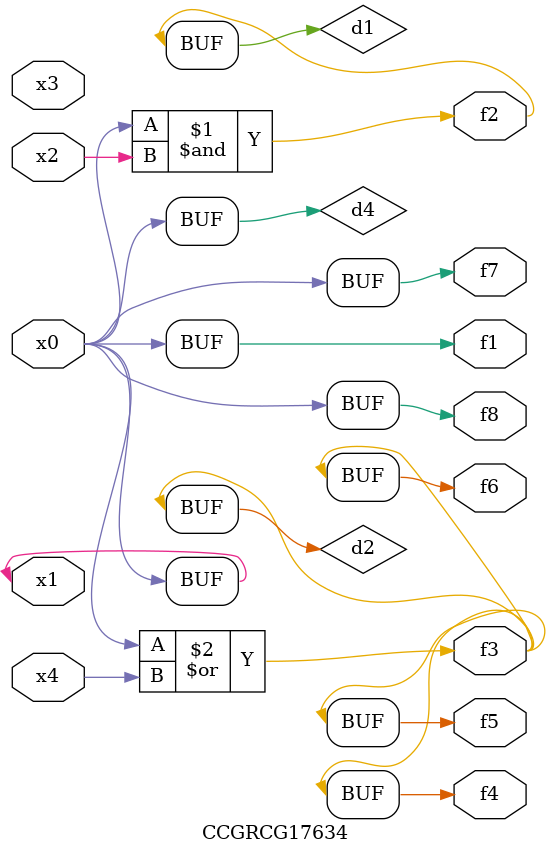
<source format=v>
module CCGRCG17634(
	input x0, x1, x2, x3, x4,
	output f1, f2, f3, f4, f5, f6, f7, f8
);

	wire d1, d2, d3, d4;

	and (d1, x0, x2);
	or (d2, x0, x4);
	nand (d3, x0, x2);
	buf (d4, x0, x1);
	assign f1 = d4;
	assign f2 = d1;
	assign f3 = d2;
	assign f4 = d2;
	assign f5 = d2;
	assign f6 = d2;
	assign f7 = d4;
	assign f8 = d4;
endmodule

</source>
